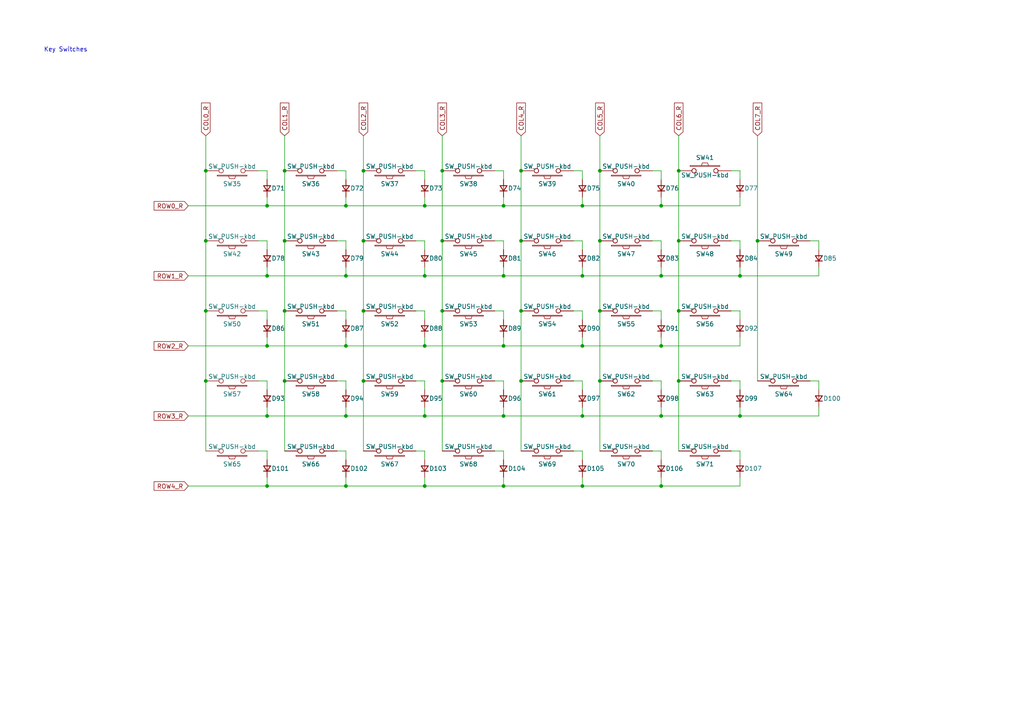
<source format=kicad_sch>
(kicad_sch (version 20211123) (generator eeschema)
  (paper "A4")
  (lib_symbols
    (symbol "D_Small_1" (pin_numbers hide) (pin_names (offset 0.254) hide)
      (property "Reference" "D" (at -1.27 2.032 0))
      (property "Value" "D_Small_1" (at -3.81 -2.032 0))
      (symbol "D_Small_1_1_1"
        (pin passive line (at -2.54 0 0) (length 1.778) (name "K") (number "1"))
        (pin passive line (at 2.54 0 180) (length 1.778) (name "A") (number "2"))
      )
    )
    (symbol "D_Small_10" (pin_numbers hide) (pin_names (offset 0.254) hide)
      (property "Reference" "D" (at -1.27 2.032 0))
      (property "Value" "D_Small_10" (at -3.81 -2.032 0))
      (symbol "D_Small_10_1_1"
        (pin passive line (at -2.54 0 0) (length 1.778) (name "K") (number "1"))
        (pin passive line (at 2.54 0 180) (length 1.778) (name "A") (number "2"))
      )
    )
    (symbol "D_Small_11" (pin_numbers hide) (pin_names (offset 0.254) hide)
      (property "Reference" "D" (at -1.27 2.032 0))
      (property "Value" "D_Small_11" (at -3.81 -2.032 0))
      (symbol "D_Small_11_1_1"
        (pin passive line (at -2.54 0 0) (length 1.778) (name "K") (number "1"))
        (pin passive line (at 2.54 0 180) (length 1.778) (name "A") (number "2"))
      )
    )
    (symbol "D_Small_12" (pin_numbers hide) (pin_names (offset 0.254) hide)
      (property "Reference" "D" (at -1.27 2.032 0))
      (property "Value" "D_Small_12" (at -3.81 -2.032 0))
      (symbol "D_Small_12_1_1"
        (pin passive line (at -2.54 0 0) (length 1.778) (name "K") (number "1"))
        (pin passive line (at 2.54 0 180) (length 1.778) (name "A") (number "2"))
      )
    )
    (symbol "D_Small_13" (pin_numbers hide) (pin_names (offset 0.254) hide)
      (property "Reference" "D" (at -1.27 2.032 0))
      (property "Value" "D_Small_13" (at -3.81 -2.032 0))
      (symbol "D_Small_13_1_1"
        (pin passive line (at -2.54 0 0) (length 1.778) (name "K") (number "1"))
        (pin passive line (at 2.54 0 180) (length 1.778) (name "A") (number "2"))
      )
    )
    (symbol "D_Small_14" (pin_numbers hide) (pin_names (offset 0.254) hide)
      (property "Reference" "D" (at -1.27 2.032 0))
      (property "Value" "D_Small_14" (at -3.81 -2.032 0))
      (symbol "D_Small_14_1_1"
        (pin passive line (at -2.54 0 0) (length 1.778) (name "K") (number "1"))
        (pin passive line (at 2.54 0 180) (length 1.778) (name "A") (number "2"))
      )
    )
    (symbol "D_Small_15" (pin_numbers hide) (pin_names (offset 0.254) hide)
      (property "Reference" "D" (at -1.27 2.032 0))
      (property "Value" "D_Small_15" (at -3.81 -2.032 0))
      (symbol "D_Small_15_1_1"
        (pin passive line (at -2.54 0 0) (length 1.778) (name "K") (number "1"))
        (pin passive line (at 2.54 0 180) (length 1.778) (name "A") (number "2"))
      )
    )
    (symbol "D_Small_16" (pin_numbers hide) (pin_names (offset 0.254) hide)
      (property "Reference" "D" (at -1.27 2.032 0))
      (property "Value" "D_Small_16" (at -3.81 -2.032 0))
      (symbol "D_Small_16_1_1"
        (pin passive line (at -2.54 0 0) (length 1.778) (name "K") (number "1"))
        (pin passive line (at 2.54 0 180) (length 1.778) (name "A") (number "2"))
      )
    )
    (symbol "D_Small_17" (pin_numbers hide) (pin_names (offset 0.254) hide)
      (property "Reference" "D" (at -1.27 2.032 0))
      (property "Value" "D_Small_17" (at -3.81 -2.032 0))
      (symbol "D_Small_17_1_1"
        (pin passive line (at -2.54 0 0) (length 1.778) (name "K") (number "1"))
        (pin passive line (at 2.54 0 180) (length 1.778) (name "A") (number "2"))
      )
    )
    (symbol "D_Small_18" (pin_numbers hide) (pin_names (offset 0.254) hide)
      (property "Reference" "D" (at -1.27 2.032 0))
      (property "Value" "D_Small_18" (at -3.81 -2.032 0))
      (symbol "D_Small_18_1_1"
        (pin passive line (at -2.54 0 0) (length 1.778) (name "K") (number "1"))
        (pin passive line (at 2.54 0 180) (length 1.778) (name "A") (number "2"))
      )
    )
    (symbol "D_Small_19" (pin_numbers hide) (pin_names (offset 0.254) hide)
      (property "Reference" "D" (at -1.27 2.032 0))
      (property "Value" "D_Small_19" (at -3.81 -2.032 0))
      (symbol "D_Small_19_1_1"
        (pin passive line (at -2.54 0 0) (length 1.778) (name "K") (number "1"))
        (pin passive line (at 2.54 0 180) (length 1.778) (name "A") (number "2"))
      )
    )
    (symbol "D_Small_2" (pin_numbers hide) (pin_names (offset 0.254) hide)
      (property "Reference" "D" (at -1.27 2.032 0))
      (property "Value" "D_Small_2" (at -3.81 -2.032 0))
      (symbol "D_Small_2_1_1"
        (pin passive line (at -2.54 0 0) (length 1.778) (name "K") (number "1"))
        (pin passive line (at 2.54 0 180) (length 1.778) (name "A") (number "2"))
      )
    )
    (symbol "D_Small_20" (pin_numbers hide) (pin_names (offset 0.254) hide)
      (property "Reference" "D" (at -1.27 2.032 0))
      (property "Value" "D_Small_20" (at -3.81 -2.032 0))
      (symbol "D_Small_20_1_1"
        (pin passive line (at -2.54 0 0) (length 1.778) (name "K") (number "1"))
        (pin passive line (at 2.54 0 180) (length 1.778) (name "A") (number "2"))
      )
    )
    (symbol "D_Small_21" (pin_numbers hide) (pin_names (offset 0.254) hide)
      (property "Reference" "D" (at -1.27 2.032 0))
      (property "Value" "D_Small_21" (at -3.81 -2.032 0))
      (symbol "D_Small_21_1_1"
        (pin passive line (at -2.54 0 0) (length 1.778) (name "K") (number "1"))
        (pin passive line (at 2.54 0 180) (length 1.778) (name "A") (number "2"))
      )
    )
    (symbol "D_Small_22" (pin_numbers hide) (pin_names (offset 0.254) hide)
      (property "Reference" "D" (at -1.27 2.032 0))
      (property "Value" "D_Small_22" (at -3.81 -2.032 0))
      (symbol "D_Small_22_1_1"
        (pin passive line (at -2.54 0 0) (length 1.778) (name "K") (number "1"))
        (pin passive line (at 2.54 0 180) (length 1.778) (name "A") (number "2"))
      )
    )
    (symbol "D_Small_23" (pin_numbers hide) (pin_names (offset 0.254) hide)
      (property "Reference" "D" (at -1.27 2.032 0))
      (property "Value" "D_Small_23" (at -3.81 -2.032 0))
      (symbol "D_Small_23_1_1"
        (pin passive line (at -2.54 0 0) (length 1.778) (name "K") (number "1"))
        (pin passive line (at 2.54 0 180) (length 1.778) (name "A") (number "2"))
      )
    )
    (symbol "D_Small_24" (pin_numbers hide) (pin_names (offset 0.254) hide)
      (property "Reference" "D" (at -1.27 2.032 0))
      (property "Value" "D_Small_24" (at -3.81 -2.032 0))
      (symbol "D_Small_24_1_1"
        (pin passive line (at -2.54 0 0) (length 1.778) (name "K") (number "1"))
        (pin passive line (at 2.54 0 180) (length 1.778) (name "A") (number "2"))
      )
    )
    (symbol "D_Small_25" (pin_numbers hide) (pin_names (offset 0.254) hide)
      (property "Reference" "D" (at -1.27 2.032 0))
      (property "Value" "D_Small_25" (at -3.81 -2.032 0))
      (symbol "D_Small_25_1_1"
        (pin passive line (at -2.54 0 0) (length 1.778) (name "K") (number "1"))
        (pin passive line (at 2.54 0 180) (length 1.778) (name "A") (number "2"))
      )
    )
    (symbol "D_Small_26" (pin_numbers hide) (pin_names (offset 0.254) hide)
      (property "Reference" "D" (at -1.27 2.032 0))
      (property "Value" "D_Small_26" (at -3.81 -2.032 0))
      (symbol "D_Small_26_1_1"
        (pin passive line (at -2.54 0 0) (length 1.778) (name "K") (number "1"))
        (pin passive line (at 2.54 0 180) (length 1.778) (name "A") (number "2"))
      )
    )
    (symbol "D_Small_27" (pin_numbers hide) (pin_names (offset 0.254) hide)
      (property "Reference" "D" (at -1.27 2.032 0))
      (property "Value" "D_Small_27" (at -3.81 -2.032 0))
      (symbol "D_Small_27_1_1"
        (pin passive line (at -2.54 0 0) (length 1.778) (name "K") (number "1"))
        (pin passive line (at 2.54 0 180) (length 1.778) (name "A") (number "2"))
      )
    )
    (symbol "D_Small_28" (pin_numbers hide) (pin_names (offset 0.254) hide)
      (property "Reference" "D" (at -1.27 2.032 0))
      (property "Value" "D_Small_28" (at -3.81 -2.032 0))
      (symbol "D_Small_28_1_1"
        (pin passive line (at -2.54 0 0) (length 1.778) (name "K") (number "1"))
        (pin passive line (at 2.54 0 180) (length 1.778) (name "A") (number "2"))
      )
    )
    (symbol "D_Small_29" (pin_numbers hide) (pin_names (offset 0.254) hide)
      (property "Reference" "D" (at -1.27 2.032 0))
      (property "Value" "D_Small_29" (at -3.81 -2.032 0))
      (symbol "D_Small_29_1_1"
        (pin passive line (at -2.54 0 0) (length 1.778) (name "K") (number "1"))
        (pin passive line (at 2.54 0 180) (length 1.778) (name "A") (number "2"))
      )
    )
    (symbol "D_Small_3" (pin_numbers hide) (pin_names (offset 0.254) hide)
      (property "Reference" "D" (at -1.27 2.032 0))
      (property "Value" "D_Small_3" (at -3.81 -2.032 0))
      (symbol "D_Small_3_1_1"
        (pin passive line (at -2.54 0 0) (length 1.778) (name "K") (number "1"))
        (pin passive line (at 2.54 0 180) (length 1.778) (name "A") (number "2"))
      )
    )
    (symbol "D_Small_30" (pin_numbers hide) (pin_names (offset 0.254) hide)
      (property "Reference" "D" (at -1.27 2.032 0))
      (property "Value" "D_Small_30" (at -3.81 -2.032 0))
      (symbol "D_Small_30_1_1"
        (pin passive line (at -2.54 0 0) (length 1.778) (name "K") (number "1"))
        (pin passive line (at 2.54 0 180) (length 1.778) (name "A") (number "2"))
      )
    )
    (symbol "D_Small_31" (pin_numbers hide) (pin_names (offset 0.254) hide)
      (property "Reference" "D" (at -1.27 2.032 0))
      (property "Value" "D_Small_31" (at -3.81 -2.032 0))
      (symbol "D_Small_31_1_1"
        (pin passive line (at -2.54 0 0) (length 1.778) (name "K") (number "1"))
        (pin passive line (at 2.54 0 180) (length 1.778) (name "A") (number "2"))
      )
    )
    (symbol "D_Small_32" (pin_numbers hide) (pin_names (offset 0.254) hide)
      (property "Reference" "D" (at -1.27 2.032 0))
      (property "Value" "D_Small_32" (at -3.81 -2.032 0))
      (symbol "D_Small_32_1_1"
        (pin passive line (at -2.54 0 0) (length 1.778) (name "K") (number "1"))
        (pin passive line (at 2.54 0 180) (length 1.778) (name "A") (number "2"))
      )
    )
    (symbol "D_Small_33" (pin_numbers hide) (pin_names (offset 0.254) hide)
      (property "Reference" "D" (at -1.27 2.032 0))
      (property "Value" "D_Small_33" (at -3.81 -2.032 0))
      (symbol "D_Small_33_1_1"
        (pin passive line (at -2.54 0 0) (length 1.778) (name "K") (number "1"))
        (pin passive line (at 2.54 0 180) (length 1.778) (name "A") (number "2"))
      )
    )
    (symbol "D_Small_34" (pin_numbers hide) (pin_names (offset 0.254) hide)
      (property "Reference" "D" (at -1.27 2.032 0))
      (property "Value" "D_Small_34" (at -3.81 -2.032 0))
      (symbol "D_Small_34_1_1"
        (pin passive line (at -2.54 0 0) (length 1.778) (name "K") (number "1"))
        (pin passive line (at 2.54 0 180) (length 1.778) (name "A") (number "2"))
      )
    )
    (symbol "D_Small_35" (pin_numbers hide) (pin_names (offset 0.254) hide)
      (property "Reference" "D" (at -1.27 2.032 0))
      (property "Value" "D_Small_35" (at -3.81 -2.032 0))
      (symbol "D_Small_35_1_1"
        (pin passive line (at -2.54 0 0) (length 1.778) (name "K") (number "1"))
        (pin passive line (at 2.54 0 180) (length 1.778) (name "A") (number "2"))
      )
    )
    (symbol "D_Small_36" (pin_numbers hide) (pin_names (offset 0.254) hide)
      (property "Reference" "D" (at -1.27 2.032 0))
      (property "Value" "D_Small_36" (at -3.81 -2.032 0))
      (symbol "D_Small_36_1_1"
        (pin passive line (at -2.54 0 0) (length 1.778) (name "K") (number "1"))
        (pin passive line (at 2.54 0 180) (length 1.778) (name "A") (number "2"))
      )
    )
    (symbol "D_Small_4" (pin_numbers hide) (pin_names (offset 0.254) hide)
      (property "Reference" "D" (at -1.27 2.032 0))
      (property "Value" "D_Small_4" (at -3.81 -2.032 0))
      (symbol "D_Small_4_1_1"
        (pin passive line (at -2.54 0 0) (length 1.778) (name "K") (number "1"))
        (pin passive line (at 2.54 0 180) (length 1.778) (name "A") (number "2"))
      )
    )
    (symbol "D_Small_5" (pin_numbers hide) (pin_names (offset 0.254) hide)
      (property "Reference" "D" (at -1.27 2.032 0))
      (property "Value" "D_Small_5" (at -3.81 -2.032 0))
      (symbol "D_Small_5_1_1"
        (pin passive line (at -2.54 0 0) (length 1.778) (name "K") (number "1"))
        (pin passive line (at 2.54 0 180) (length 1.778) (name "A") (number "2"))
      )
    )
    (symbol "D_Small_6" (pin_numbers hide) (pin_names (offset 0.254) hide)
      (property "Reference" "D" (at -1.27 2.032 0))
      (property "Value" "D_Small_6" (at -3.81 -2.032 0))
      (symbol "D_Small_6_1_1"
        (pin passive line (at -2.54 0 0) (length 1.778) (name "K") (number "1"))
        (pin passive line (at 2.54 0 180) (length 1.778) (name "A") (number "2"))
      )
    )
    (symbol "D_Small_7" (pin_numbers hide) (pin_names (offset 0.254) hide)
      (property "Reference" "D" (at -1.27 2.032 0))
      (property "Value" "D_Small_7" (at -3.81 -2.032 0))
      (symbol "D_Small_7_1_1"
        (pin passive line (at -2.54 0 0) (length 1.778) (name "K") (number "1"))
        (pin passive line (at 2.54 0 180) (length 1.778) (name "A") (number "2"))
      )
    )
    (symbol "D_Small_8" (pin_numbers hide) (pin_names (offset 0.254) hide)
      (property "Reference" "D" (at -1.27 2.032 0))
      (property "Value" "D_Small_8" (at -3.81 -2.032 0))
      (symbol "D_Small_8_1_1"
        (pin passive line (at -2.54 0 0) (length 1.778) (name "K") (number "1"))
        (pin passive line (at 2.54 0 180) (length 1.778) (name "A") (number "2"))
      )
    )
    (symbol "D_Small_9" (pin_numbers hide) (pin_names (offset 0.254) hide)
      (property "Reference" "D" (at -1.27 2.032 0))
      (property "Value" "D_Small_9" (at -3.81 -2.032 0))
      (symbol "D_Small_9_1_1"
        (pin passive line (at -2.54 0 0) (length 1.778) (name "K") (number "1"))
        (pin passive line (at 2.54 0 180) (length 1.778) (name "A") (number "2"))
      )
    )
    (symbol "ma8ic_split_69:D_Small" (pin_numbers hide) (pin_names (offset 0.254) hide)
      (property "Reference" "D" (at -1.27 2.032 0))
      (property "Value" "D_Small" (at -3.81 -2.032 0))
      (symbol "D_Small_1_1"
        (pin passive line (at -2.54 0 0) (length 1.778) (name "K") (number "1"))
        (pin passive line (at 2.54 0 180) (length 1.778) (name "A") (number "2"))
      )
    )
    (symbol "ma8ic_split_69:SW_PUSH" (pin_numbers hide) (pin_names (offset 1.016) hide)
      (property "Reference" "SW" (at 3.81 2.794 0))
      (property "Value" "SW_PUSH" (at 0 -2.032 0))
      (symbol "SW_PUSH_0_1"
        (pin passive inverted (at -7.62 0 0) (length 5.08) (name "1") (number "1"))
        (pin passive inverted (at 7.62 0 180) (length 5.08) (name "2") (number "2"))
      )
    )
  )
  (junction (at 191.77 140.97))
  (junction (at 196.85 49.53))
  (junction (at 128.27 69.85))
  (junction (at 77.47 59.69))
  (junction (at 146.05 140.97))
  (junction (at 151.13 90.17))
  (junction (at 168.91 120.65))
  (junction (at 123.19 100.33))
  (junction (at 100.33 59.69))
  (junction (at 82.55 49.53))
  (junction (at 128.27 110.49))
  (junction (at 82.55 90.17))
  (junction (at 82.55 110.49))
  (junction (at 196.85 90.17))
  (junction (at 146.05 120.65))
  (junction (at 214.63 80.01))
  (junction (at 77.47 80.01))
  (junction (at 59.69 49.53))
  (junction (at 105.41 110.49))
  (junction (at 168.91 80.01))
  (junction (at 100.33 120.65))
  (junction (at 59.69 69.85))
  (junction (at 173.99 69.85))
  (junction (at 196.85 110.49))
  (junction (at 105.41 90.17))
  (junction (at 168.91 59.69))
  (junction (at 123.19 120.65))
  (junction (at 191.77 59.69))
  (junction (at 123.19 80.01))
  (junction (at 128.27 90.17))
  (junction (at 151.13 110.49))
  (junction (at 191.77 100.33))
  (junction (at 82.55 69.85))
  (junction (at 173.99 90.17))
  (junction (at 123.19 59.69))
  (junction (at 173.99 110.49))
  (junction (at 100.33 140.97))
  (junction (at 191.77 80.01))
  (junction (at 105.41 49.53))
  (junction (at 128.27 49.53))
  (junction (at 168.91 100.33))
  (junction (at 151.13 49.53))
  (junction (at 196.85 69.85))
  (junction (at 173.99 49.53))
  (junction (at 146.05 80.01))
  (junction (at 77.47 140.97))
  (junction (at 146.05 59.69))
  (junction (at 59.69 90.17))
  (junction (at 100.33 100.33))
  (junction (at 168.91 140.97))
  (junction (at 214.63 120.65))
  (junction (at 146.05 100.33))
  (junction (at 219.71 69.85))
  (junction (at 191.77 120.65))
  (junction (at 100.33 80.01))
  (junction (at 77.47 120.65))
  (junction (at 105.41 69.85))
  (junction (at 151.13 69.85))
  (junction (at 123.19 140.97))
  (junction (at 77.47 100.33))
  (junction (at 59.69 110.49))
  (wire (pts (xy 100.33 120.65) (xy 123.19 120.65)))
  (wire (pts (xy 146.05 140.97) (xy 146.05 138.43)))
  (wire (pts (xy 212.09 49.53) (xy 214.63 49.53)))
  (wire (pts (xy 97.79 69.85) (xy 100.33 69.85)))
  (wire (pts (xy 97.79 49.53) (xy 100.33 49.53)))
  (wire (pts (xy 105.41 49.53) (xy 105.41 69.85)))
  (wire (pts (xy 77.47 49.53) (xy 77.47 52.07)))
  (wire (pts (xy 214.63 59.69) (xy 214.63 57.15)))
  (wire (pts (xy 214.63 130.81) (xy 214.63 133.35)))
  (wire (pts (xy 97.79 130.81) (xy 100.33 130.81)))
  (wire (pts (xy 105.41 90.17) (xy 105.41 110.49)))
  (wire (pts (xy 143.51 110.49) (xy 146.05 110.49)))
  (wire (pts (xy 219.71 69.85) (xy 219.71 110.49)))
  (wire (pts (xy 105.41 69.85) (xy 105.41 90.17)))
  (wire (pts (xy 191.77 59.69) (xy 214.63 59.69)))
  (wire (pts (xy 54.61 140.97) (xy 77.47 140.97)))
  (wire (pts (xy 143.51 69.85) (xy 146.05 69.85)))
  (wire (pts (xy 77.47 110.49) (xy 77.47 113.03)))
  (wire (pts (xy 146.05 140.97) (xy 168.91 140.97)))
  (wire (pts (xy 82.55 69.85) (xy 82.55 90.17)))
  (wire (pts (xy 191.77 120.65) (xy 214.63 120.65)))
  (wire (pts (xy 214.63 69.85) (xy 214.63 72.39)))
  (wire (pts (xy 146.05 100.33) (xy 146.05 97.79)))
  (wire (pts (xy 123.19 90.17) (xy 123.19 92.71)))
  (wire (pts (xy 151.13 49.53) (xy 151.13 69.85)))
  (wire (pts (xy 77.47 120.65) (xy 100.33 120.65)))
  (wire (pts (xy 166.37 130.81) (xy 168.91 130.81)))
  (wire (pts (xy 77.47 140.97) (xy 100.33 140.97)))
  (wire (pts (xy 173.99 49.53) (xy 173.99 69.85)))
  (wire (pts (xy 173.99 110.49) (xy 173.99 130.81)))
  (wire (pts (xy 166.37 49.53) (xy 168.91 49.53)))
  (wire (pts (xy 59.69 49.53) (xy 59.69 69.85)))
  (wire (pts (xy 191.77 90.17) (xy 191.77 92.71)))
  (wire (pts (xy 151.13 110.49) (xy 151.13 130.81)))
  (wire (pts (xy 189.23 69.85) (xy 191.77 69.85)))
  (wire (pts (xy 105.41 110.49) (xy 105.41 130.81)))
  (wire (pts (xy 191.77 49.53) (xy 191.77 52.07)))
  (wire (pts (xy 146.05 120.65) (xy 168.91 120.65)))
  (wire (pts (xy 100.33 110.49) (xy 100.33 113.03)))
  (wire (pts (xy 82.55 39.37) (xy 82.55 49.53)))
  (wire (pts (xy 168.91 110.49) (xy 168.91 113.03)))
  (wire (pts (xy 74.93 69.85) (xy 77.47 69.85)))
  (wire (pts (xy 59.69 69.85) (xy 59.69 90.17)))
  (wire (pts (xy 146.05 49.53) (xy 146.05 52.07)))
  (wire (pts (xy 100.33 100.33) (xy 123.19 100.33)))
  (wire (pts (xy 74.93 90.17) (xy 77.47 90.17)))
  (wire (pts (xy 196.85 90.17) (xy 196.85 110.49)))
  (wire (pts (xy 168.91 130.81) (xy 168.91 133.35)))
  (wire (pts (xy 166.37 69.85) (xy 168.91 69.85)))
  (wire (pts (xy 77.47 100.33) (xy 77.47 97.79)))
  (wire (pts (xy 191.77 120.65) (xy 191.77 118.11)))
  (wire (pts (xy 82.55 49.53) (xy 82.55 69.85)))
  (wire (pts (xy 77.47 130.81) (xy 77.47 133.35)))
  (wire (pts (xy 146.05 100.33) (xy 168.91 100.33)))
  (wire (pts (xy 168.91 49.53) (xy 168.91 52.07)))
  (wire (pts (xy 212.09 90.17) (xy 214.63 90.17)))
  (wire (pts (xy 219.71 39.37) (xy 219.71 69.85)))
  (wire (pts (xy 100.33 100.33) (xy 100.33 97.79)))
  (wire (pts (xy 196.85 69.85) (xy 196.85 90.17)))
  (wire (pts (xy 120.65 130.81) (xy 123.19 130.81)))
  (wire (pts (xy 151.13 39.37) (xy 151.13 49.53)))
  (wire (pts (xy 146.05 80.01) (xy 146.05 77.47)))
  (wire (pts (xy 173.99 90.17) (xy 173.99 110.49)))
  (wire (pts (xy 146.05 90.17) (xy 146.05 92.71)))
  (wire (pts (xy 214.63 90.17) (xy 214.63 92.71)))
  (wire (pts (xy 168.91 120.65) (xy 168.91 118.11)))
  (wire (pts (xy 123.19 140.97) (xy 146.05 140.97)))
  (wire (pts (xy 120.65 90.17) (xy 123.19 90.17)))
  (wire (pts (xy 77.47 80.01) (xy 77.47 77.47)))
  (wire (pts (xy 100.33 49.53) (xy 100.33 52.07)))
  (wire (pts (xy 189.23 90.17) (xy 191.77 90.17)))
  (wire (pts (xy 54.61 80.01) (xy 77.47 80.01)))
  (wire (pts (xy 59.69 39.37) (xy 59.69 49.53)))
  (wire (pts (xy 212.09 69.85) (xy 214.63 69.85)))
  (wire (pts (xy 97.79 90.17) (xy 100.33 90.17)))
  (wire (pts (xy 214.63 120.65) (xy 237.49 120.65)))
  (wire (pts (xy 100.33 130.81) (xy 100.33 133.35)))
  (wire (pts (xy 146.05 110.49) (xy 146.05 113.03)))
  (wire (pts (xy 214.63 49.53) (xy 214.63 52.07)))
  (wire (pts (xy 166.37 90.17) (xy 168.91 90.17)))
  (wire (pts (xy 191.77 140.97) (xy 191.77 138.43)))
  (wire (pts (xy 74.93 49.53) (xy 77.47 49.53)))
  (wire (pts (xy 123.19 110.49) (xy 123.19 113.03)))
  (wire (pts (xy 196.85 39.37) (xy 196.85 49.53)))
  (wire (pts (xy 168.91 90.17) (xy 168.91 92.71)))
  (wire (pts (xy 214.63 110.49) (xy 214.63 113.03)))
  (wire (pts (xy 143.51 90.17) (xy 146.05 90.17)))
  (wire (pts (xy 54.61 120.65) (xy 77.47 120.65)))
  (wire (pts (xy 191.77 100.33) (xy 191.77 97.79)))
  (wire (pts (xy 212.09 130.81) (xy 214.63 130.81)))
  (wire (pts (xy 191.77 100.33) (xy 214.63 100.33)))
  (wire (pts (xy 54.61 100.33) (xy 77.47 100.33)))
  (wire (pts (xy 123.19 140.97) (xy 123.19 138.43)))
  (wire (pts (xy 168.91 120.65) (xy 191.77 120.65)))
  (wire (pts (xy 77.47 59.69) (xy 77.47 57.15)))
  (wire (pts (xy 146.05 59.69) (xy 146.05 57.15)))
  (wire (pts (xy 168.91 59.69) (xy 191.77 59.69)))
  (wire (pts (xy 191.77 80.01) (xy 214.63 80.01)))
  (wire (pts (xy 191.77 80.01) (xy 191.77 77.47)))
  (wire (pts (xy 168.91 140.97) (xy 191.77 140.97)))
  (wire (pts (xy 123.19 120.65) (xy 123.19 118.11)))
  (wire (pts (xy 77.47 100.33) (xy 100.33 100.33)))
  (wire (pts (xy 143.51 130.81) (xy 146.05 130.81)))
  (wire (pts (xy 146.05 59.69) (xy 168.91 59.69)))
  (wire (pts (xy 146.05 80.01) (xy 168.91 80.01)))
  (wire (pts (xy 168.91 69.85) (xy 168.91 72.39)))
  (wire (pts (xy 100.33 59.69) (xy 100.33 57.15)))
  (wire (pts (xy 82.55 90.17) (xy 82.55 110.49)))
  (wire (pts (xy 168.91 80.01) (xy 168.91 77.47)))
  (wire (pts (xy 77.47 59.69) (xy 100.33 59.69)))
  (wire (pts (xy 196.85 110.49) (xy 196.85 130.81)))
  (wire (pts (xy 146.05 69.85) (xy 146.05 72.39)))
  (wire (pts (xy 189.23 130.81) (xy 191.77 130.81)))
  (wire (pts (xy 120.65 49.53) (xy 123.19 49.53)))
  (wire (pts (xy 120.65 110.49) (xy 123.19 110.49)))
  (wire (pts (xy 97.79 110.49) (xy 100.33 110.49)))
  (wire (pts (xy 166.37 110.49) (xy 168.91 110.49)))
  (wire (pts (xy 214.63 80.01) (xy 237.49 80.01)))
  (wire (pts (xy 234.95 110.49) (xy 237.49 110.49)))
  (wire (pts (xy 100.33 140.97) (xy 123.19 140.97)))
  (wire (pts (xy 146.05 120.65) (xy 146.05 118.11)))
  (wire (pts (xy 77.47 80.01) (xy 100.33 80.01)))
  (wire (pts (xy 82.55 110.49) (xy 82.55 130.81)))
  (wire (pts (xy 77.47 90.17) (xy 77.47 92.71)))
  (wire (pts (xy 146.05 130.81) (xy 146.05 133.35)))
  (wire (pts (xy 196.85 49.53) (xy 196.85 69.85)))
  (wire (pts (xy 237.49 120.65) (xy 237.49 118.11)))
  (wire (pts (xy 59.69 110.49) (xy 59.69 130.81)))
  (wire (pts (xy 214.63 100.33) (xy 214.63 97.79)))
  (wire (pts (xy 128.27 90.17) (xy 128.27 110.49)))
  (wire (pts (xy 128.27 110.49) (xy 128.27 130.81)))
  (wire (pts (xy 214.63 80.01) (xy 214.63 77.47)))
  (wire (pts (xy 54.61 59.69) (xy 77.47 59.69)))
  (wire (pts (xy 123.19 59.69) (xy 146.05 59.69)))
  (wire (pts (xy 123.19 130.81) (xy 123.19 133.35)))
  (wire (pts (xy 123.19 80.01) (xy 123.19 77.47)))
  (wire (pts (xy 123.19 59.69) (xy 123.19 57.15)))
  (wire (pts (xy 100.33 80.01) (xy 123.19 80.01)))
  (wire (pts (xy 237.49 110.49) (xy 237.49 113.03)))
  (wire (pts (xy 237.49 69.85) (xy 237.49 72.39)))
  (wire (pts (xy 212.09 110.49) (xy 214.63 110.49)))
  (wire (pts (xy 189.23 49.53) (xy 191.77 49.53)))
  (wire (pts (xy 151.13 69.85) (xy 151.13 90.17)))
  (wire (pts (xy 191.77 59.69) (xy 191.77 57.15)))
  (wire (pts (xy 77.47 69.85) (xy 77.47 72.39)))
  (wire (pts (xy 77.47 120.65) (xy 77.47 118.11)))
  (wire (pts (xy 100.33 80.01) (xy 100.33 77.47)))
  (wire (pts (xy 168.91 100.33) (xy 191.77 100.33)))
  (wire (pts (xy 143.51 49.53) (xy 146.05 49.53)))
  (wire (pts (xy 105.41 39.37) (xy 105.41 49.53)))
  (wire (pts (xy 214.63 120.65) (xy 214.63 118.11)))
  (wire (pts (xy 168.91 100.33) (xy 168.91 97.79)))
  (wire (pts (xy 191.77 110.49) (xy 191.77 113.03)))
  (wire (pts (xy 74.93 130.81) (xy 77.47 130.81)))
  (wire (pts (xy 128.27 39.37) (xy 128.27 49.53)))
  (wire (pts (xy 173.99 39.37) (xy 173.99 49.53)))
  (wire (pts (xy 59.69 90.17) (xy 59.69 110.49)))
  (wire (pts (xy 77.47 140.97) (xy 77.47 138.43)))
  (wire (pts (xy 234.95 69.85) (xy 237.49 69.85)))
  (wire (pts (xy 100.33 59.69) (xy 123.19 59.69)))
  (wire (pts (xy 168.91 140.97) (xy 168.91 138.43)))
  (wire (pts (xy 120.65 69.85) (xy 123.19 69.85)))
  (wire (pts (xy 173.99 69.85) (xy 173.99 90.17)))
  (wire (pts (xy 151.13 90.17) (xy 151.13 110.49)))
  (wire (pts (xy 214.63 140.97) (xy 214.63 138.43)))
  (wire (pts (xy 100.33 120.65) (xy 100.33 118.11)))
  (wire (pts (xy 237.49 80.01) (xy 237.49 77.47)))
  (wire (pts (xy 123.19 120.65) (xy 146.05 120.65)))
  (wire (pts (xy 128.27 69.85) (xy 128.27 90.17)))
  (wire (pts (xy 123.19 49.53) (xy 123.19 52.07)))
  (wire (pts (xy 123.19 80.01) (xy 146.05 80.01)))
  (wire (pts (xy 191.77 69.85) (xy 191.77 72.39)))
  (wire (pts (xy 191.77 140.97) (xy 214.63 140.97)))
  (wire (pts (xy 100.33 69.85) (xy 100.33 72.39)))
  (wire (pts (xy 123.19 100.33) (xy 123.19 97.79)))
  (wire (pts (xy 123.19 100.33) (xy 146.05 100.33)))
  (wire (pts (xy 74.93 110.49) (xy 77.47 110.49)))
  (wire (pts (xy 191.77 130.81) (xy 191.77 133.35)))
  (wire (pts (xy 100.33 140.97) (xy 100.33 138.43)))
  (wire (pts (xy 189.23 110.49) (xy 191.77 110.49)))
  (wire (pts (xy 123.19 69.85) (xy 123.19 72.39)))
  (wire (pts (xy 100.33 90.17) (xy 100.33 92.71)))
  (wire (pts (xy 168.91 80.01) (xy 191.77 80.01)))
  (wire (pts (xy 168.91 59.69) (xy 168.91 57.15)))
  (wire (pts (xy 128.27 49.53) (xy 128.27 69.85)))
  (text "Key Switches" (at 12.7 15.24 0) (effects (font (size 1.27 1.27)) (justify left bottom)))
  (global_label "COL5_R" (shape input) (at 173.99 39.37 90) (property "Intersheet References" "${INTERSHEET_REFS}" (effects hide)))
  (global_label "ROW3_R" (shape input) (at 54.61 120.65 180) (property "Intersheet References" "${INTERSHEET_REFS}" (effects hide)))
  (global_label "COL1_R" (shape input) (at 82.55 39.37 90) (property "Intersheet References" "${INTERSHEET_REFS}" (effects hide)))
  (global_label "COL7_R" (shape input) (at 219.71 39.37 90) (property "Intersheet References" "${INTERSHEET_REFS}" (effects hide)))
  (global_label "COL0_R" (shape input) (at 59.69 39.37 90) (property "Intersheet References" "${INTERSHEET_REFS}" (effects hide)))
  (global_label "ROW1_R" (shape input) (at 54.61 80.01 180) (property "Intersheet References" "${INTERSHEET_REFS}" (effects hide)))
  (global_label "ROW0_R" (shape input) (at 54.61 59.69 180) (property "Intersheet References" "${INTERSHEET_REFS}" (effects hide)))
  (global_label "COL3_R" (shape input) (at 128.27 39.37 90) (property "Intersheet References" "${INTERSHEET_REFS}" (effects hide)))
  (global_label "ROW2_R" (shape input) (at 54.61 100.33 180) (property "Intersheet References" "${INTERSHEET_REFS}" (effects hide)))
  (global_label "COL4_R" (shape input) (at 151.13 39.37 90) (property "Intersheet References" "${INTERSHEET_REFS}" (effects hide)))
  (global_label "COL6_R" (shape input) (at 196.85 39.37 90) (property "Intersheet References" "${INTERSHEET_REFS}" (effects hide)))
  (global_label "ROW4_R" (shape input) (at 54.61 140.97 180) (property "Intersheet References" "${INTERSHEET_REFS}" (effects hide)))
  (global_label "COL2_R" (shape input) (at 105.41 39.37 90) (property "Intersheet References" "${INTERSHEET_REFS}" (effects hide)))
  (symbol (lib_id "ma8ic_split_69:SW_PUSH") (at 113.03 49.53 180) (unit 1)
    (property "Reference" "SW37" (at 113.03 53.34 0))
    (property "Value" "SW_PUSH-kbd" (at 113.03 48.26 0))
    (property "Footprint" "ma8ic_split_69:ChocV1_V2_Hotswap" (effects hide))
    (property "LCSC" "C5333465" (effects hide))
  )
  (symbol (lib_id "ma8ic_split_69:SW_PUSH") (at 227.33 110.49 180) (unit 1)
    (property "Reference" "SW64" (at 227.33 114.3 0))
    (property "Value" "SW_PUSH-kbd" (at 227.33 109.22 0))
    (property "Footprint" "ma8ic_split_69:ChocV1_V2_Hotswap" (effects hide))
    (property "LCSC" "C5333465" (effects hide))
  )
  (symbol (lib_id "ma8ic_split_69:SW_PUSH") (at 113.03 69.85 180) (unit 1)
    (property "Reference" "SW44" (at 113.03 73.66 0))
    (property "Value" "SW_PUSH-kbd" (at 113.03 68.58 0))
    (property "Footprint" "ma8ic_split_69:ChocV1_V2_Hotswap" (effects hide))
    (property "LCSC" "C5333465" (effects hide))
  )
  (symbol (lib_id "ma8ic_split_69:SW_PUSH") (at 181.61 110.49 180) (unit 1)
    (property "Reference" "SW62" (at 181.61 114.3 0))
    (property "Value" "SW_PUSH-kbd" (at 181.61 109.22 0))
    (property "Footprint" "ma8ic_split_69:ChocV1_V2_Hotswap" (effects hide))
    (property "LCSC" "C5333465" (effects hide))
  )
  (symbol (lib_id "ma8ic_split_69:SW_PUSH") (at 158.75 130.81 180) (unit 1)
    (property "Reference" "SW69" (at 158.75 134.62 0))
    (property "Value" "SW_PUSH-kbd" (at 158.75 129.54 0))
    (property "Footprint" "ma8ic_split_69:ChocV1_V2_Hotswap" (effects hide))
    (property "LCSC" "C5333465" (effects hide))
  )
  (symbol (lib_name "D_Small_18") (lib_id "ma8ic_split_69:D_Small") (at 214.63 115.57 90) (unit 1)
    (property "Reference" "D99" (at 215.9 115.57 90) (effects (justify right)))
    (property "Value" "D_Small" (effects hide))
    (property "Footprint" "ma8ic_split_69:D3_SMD_v2" (effects hide))
    (property "LCSC" "C81598" (effects hide))
  )
  (symbol (lib_id "ma8ic_split_69:SW_PUSH") (at 67.31 110.49 180) (unit 1)
    (property "Reference" "SW57" (at 67.31 114.3 0))
    (property "Value" "SW_PUSH-kbd" (at 67.31 109.22 0))
    (property "Footprint" "ma8ic_split_69:ChocV1_V2_Hotswap" (effects hide))
    (property "LCSC" "C5333465" (effects hide))
  )
  (symbol (lib_name "D_Small_26") (lib_id "ma8ic_split_69:D_Small") (at 123.19 54.61 90) (unit 1)
    (property "Reference" "D73" (at 124.46 54.61 90) (effects (justify right)))
    (property "Value" "D_Small" (effects hide))
    (property "Footprint" "ma8ic_split_69:D3_SMD_v2" (effects hide))
    (property "LCSC" "C81598" (effects hide))
  )
  (symbol (lib_name "D_Small_22") (lib_id "ma8ic_split_69:D_Small") (at 146.05 115.57 90) (unit 1)
    (property "Reference" "D96" (at 147.32 115.57 90) (effects (justify right)))
    (property "Value" "D_Small" (effects hide))
    (property "Footprint" "ma8ic_split_69:D3_SMD_v2" (effects hide))
    (property "LCSC" "C81598" (effects hide))
  )
  (symbol (lib_name "D_Small_12") (lib_id "ma8ic_split_69:D_Small") (at 146.05 74.93 90) (unit 1)
    (property "Reference" "D81" (at 147.32 74.93 90) (effects (justify right)))
    (property "Value" "D_Small" (effects hide))
    (property "Footprint" "ma8ic_split_69:D3_SMD_v2" (effects hide))
    (property "LCSC" "C81598" (effects hide))
  )
  (symbol (lib_id "ma8ic_split_69:SW_PUSH") (at 135.89 130.81 180) (unit 1)
    (property "Reference" "SW68" (at 135.89 134.62 0))
    (property "Value" "SW_PUSH-kbd" (at 135.89 129.54 0))
    (property "Footprint" "ma8ic_split_69:ChocV1_V2_Hotswap" (effects hide))
    (property "LCSC" "C5333465" (effects hide))
  )
  (symbol (lib_id "ma8ic_split_69:SW_PUSH") (at 90.17 130.81 180) (unit 1)
    (property "Reference" "SW66" (at 90.17 134.62 0))
    (property "Value" "SW_PUSH-kbd" (at 90.17 129.54 0))
    (property "Footprint" "ma8ic_split_69:ChocV1_V2_Hotswap" (effects hide))
    (property "LCSC" "C5333465" (effects hide))
  )
  (symbol (lib_name "D_Small_34") (lib_id "ma8ic_split_69:D_Small") (at 77.47 135.89 90) (unit 1)
    (property "Reference" "D101" (at 78.74 135.89 90) (effects (justify right)))
    (property "Value" "D_Small" (effects hide))
    (property "Footprint" "ma8ic_split_69:D3_SMD_v2" (effects hide))
    (property "LCSC" "C81598" (effects hide))
  )
  (symbol (lib_id "ma8ic_split_69:SW_PUSH") (at 90.17 110.49 180) (unit 1)
    (property "Reference" "SW58" (at 90.17 114.3 0))
    (property "Value" "SW_PUSH-kbd" (at 90.17 109.22 0))
    (property "Footprint" "ma8ic_split_69:ChocV1_V2_Hotswap" (effects hide))
    (property "LCSC" "C5333465" (effects hide))
  )
  (symbol (lib_name "D_Small_4") (lib_id "ma8ic_split_69:D_Small") (at 214.63 54.61 90) (unit 1)
    (property "Reference" "D77" (at 215.9 54.61 90) (effects (justify right)))
    (property "Value" "D_Small" (effects hide))
    (property "Footprint" "ma8ic_split_69:D3_SMD_v2" (effects hide))
    (property "LCSC" "C81598" (effects hide))
  )
  (symbol (lib_id "ma8ic_split_69:SW_PUSH") (at 67.31 69.85 180) (unit 1)
    (property "Reference" "SW42" (at 67.31 73.66 0))
    (property "Value" "SW_PUSH-kbd" (at 67.31 68.58 0))
    (property "Footprint" "ma8ic_split_69:ChocV1_V2_Hotswap" (effects hide))
    (property "LCSC" "C5333465" (effects hide))
  )
  (symbol (lib_name "D_Small_32") (lib_id "ma8ic_split_69:D_Small") (at 100.33 95.25 90) (unit 1)
    (property "Reference" "D87" (at 101.6 95.25 90) (effects (justify right)))
    (property "Value" "D_Small" (effects hide))
    (property "Footprint" "ma8ic_split_69:D3_SMD_v2" (effects hide))
    (property "LCSC" "C81598" (effects hide))
  )
  (symbol (lib_id "ma8ic_split_69:SW_PUSH") (at 135.89 49.53 180) (unit 1)
    (property "Reference" "SW38" (at 135.89 53.34 0))
    (property "Value" "SW_PUSH-kbd" (at 135.89 48.26 0))
    (property "Footprint" "ma8ic_split_69:ChocV1_V2_Hotswap" (effects hide))
    (property "LCSC" "C5333465" (effects hide))
  )
  (symbol (lib_id "ma8ic_split_69:SW_PUSH") (at 204.47 69.85 180) (unit 1)
    (property "Reference" "SW48" (at 204.47 73.66 0))
    (property "Value" "SW_PUSH-kbd" (at 204.47 68.58 0))
    (property "Footprint" "ma8ic_split_69:ChocV1_V2_Hotswap" (effects hide))
    (property "LCSC" "C5333465" (effects hide))
  )
  (symbol (lib_id "ma8ic_split_69:SW_PUSH") (at 90.17 69.85 180) (unit 1)
    (property "Reference" "SW43" (at 90.17 73.66 0))
    (property "Value" "SW_PUSH-kbd" (at 90.17 68.58 0))
    (property "Footprint" "ma8ic_split_69:ChocV1_V2_Hotswap" (effects hide))
    (property "LCSC" "C5333465" (effects hide))
  )
  (symbol (lib_name "D_Small_21") (lib_id "ma8ic_split_69:D_Small") (at 146.05 135.89 90) (unit 1)
    (property "Reference" "D104" (at 147.32 135.89 90) (effects (justify right)))
    (property "Value" "D_Small" (effects hide))
    (property "Footprint" "ma8ic_split_69:D3_SMD_v2" (effects hide))
    (property "LCSC" "C81598" (effects hide))
  )
  (symbol (lib_name "D_Small_14") (lib_id "ma8ic_split_69:D_Small") (at 191.77 135.89 90) (unit 1)
    (property "Reference" "D106" (at 193.04 135.89 90) (effects (justify right)))
    (property "Value" "D_Small" (effects hide))
    (property "Footprint" "ma8ic_split_69:D3_SMD_v2" (effects hide))
    (property "LCSC" "C81598" (effects hide))
  )
  (symbol (lib_name "D_Small_27") (lib_id "ma8ic_split_69:D_Small") (at 123.19 95.25 90) (unit 1)
    (property "Reference" "D88" (at 124.46 95.25 90) (effects (justify right)))
    (property "Value" "D_Small" (effects hide))
    (property "Footprint" "ma8ic_split_69:D3_SMD_v2" (effects hide))
    (property "LCSC" "C81598" (effects hide))
  )
  (symbol (lib_id "ma8ic_split_69:SW_PUSH") (at 90.17 90.17 180) (unit 1)
    (property "Reference" "SW51" (at 90.17 93.98 0))
    (property "Value" "SW_PUSH-kbd" (at 90.17 88.9 0))
    (property "Footprint" "ma8ic_split_69:ChocV1_V2_Hotswap" (effects hide))
    (property "LCSC" "C5333465" (effects hide))
  )
  (symbol (lib_name "D_Small_24") (lib_id "ma8ic_split_69:D_Small") (at 100.33 54.61 90) (unit 1)
    (property "Reference" "D72" (at 101.6 54.61 90) (effects (justify right)))
    (property "Value" "D_Small" (effects hide))
    (property "Footprint" "ma8ic_split_69:D3_SMD_v2" (effects hide))
    (property "LCSC" "C81598" (effects hide))
  )
  (symbol (lib_id "ma8ic_split_69:SW_PUSH") (at 158.75 69.85 180) (unit 1)
    (property "Reference" "SW46" (at 158.75 73.66 0))
    (property "Value" "SW_PUSH-kbd" (at 158.75 68.58 0))
    (property "Footprint" "ma8ic_split_69:ChocV1_V2_Hotswap" (effects hide))
    (property "LCSC" "C5333465" (effects hide))
  )
  (symbol (lib_id "ma8ic_split_69:SW_PUSH") (at 113.03 90.17 180) (unit 1)
    (property "Reference" "SW52" (at 113.03 93.98 0))
    (property "Value" "SW_PUSH-kbd" (at 113.03 88.9 0))
    (property "Footprint" "ma8ic_split_69:ChocV1_V2_Hotswap" (effects hide))
    (property "LCSC" "C5333465" (effects hide))
  )
  (symbol (lib_name "D_Small_5") (lib_id "ma8ic_split_69:D_Small") (at 237.49 74.93 90) (unit 1)
    (property "Reference" "D85" (at 238.76 74.93 90) (effects (justify right)))
    (property "Value" "D_Small" (effects hide))
    (property "Footprint" "ma8ic_split_69:D3_SMD_v2" (effects hide))
    (property "LCSC" "C81598" (effects hide))
  )
  (symbol (lib_id "ma8ic_split_69:SW_PUSH") (at 158.75 110.49 180) (unit 1)
    (property "Reference" "SW61" (at 158.75 114.3 0))
    (property "Value" "SW_PUSH-kbd" (at 158.75 109.22 0))
    (property "Footprint" "ma8ic_split_69:ChocV1_V2_Hotswap" (effects hide))
    (property "LCSC" "C5333465" (effects hide))
  )
  (symbol (lib_name "D_Small_13") (lib_id "ma8ic_split_69:D_Small") (at 214.63 135.89 90) (unit 1)
    (property "Reference" "D107" (at 215.9 135.89 90) (effects (justify right)))
    (property "Value" "D_Small" (effects hide))
    (property "Footprint" "ma8ic_split_69:D3_SMD_v2" (effects hide))
    (property "LCSC" "C81598" (effects hide))
  )
  (symbol (lib_name "D_Small_8") (lib_id "ma8ic_split_69:D_Small") (at 168.91 95.25 90) (unit 1)
    (property "Reference" "D90" (at 170.18 95.25 90) (effects (justify right)))
    (property "Value" "D_Small" (effects hide))
    (property "Footprint" "ma8ic_split_69:D3_SMD_v2" (effects hide))
    (property "LCSC" "C81598" (effects hide))
  )
  (symbol (lib_name "D_Small_33") (lib_id "ma8ic_split_69:D_Small") (at 100.33 115.57 90) (unit 1)
    (property "Reference" "D94" (at 101.6 115.57 90) (effects (justify right)))
    (property "Value" "D_Small" (effects hide))
    (property "Footprint" "ma8ic_split_69:D3_SMD_v2" (effects hide))
    (property "LCSC" "C81598" (effects hide))
  )
  (symbol (lib_id "ma8ic_split_69:SW_PUSH") (at 67.31 130.81 180) (unit 1)
    (property "Reference" "SW65" (at 67.31 134.62 0))
    (property "Value" "SW_PUSH-kbd" (at 67.31 129.54 0))
    (property "Footprint" "ma8ic_split_69:ChocV1_V2_Hotswap" (effects hide))
    (property "LCSC" "C5333465" (effects hide))
  )
  (symbol (lib_id "ma8ic_split_69:SW_PUSH") (at 227.33 69.85 180) (unit 1)
    (property "Reference" "SW49" (at 227.33 73.66 0))
    (property "Value" "SW_PUSH-kbd" (at 227.33 68.58 0))
    (property "Footprint" "ma8ic_split_69:ChocV1_V2_Hotswap" (effects hide))
    (property "LCSC" "C5333465" (effects hide))
  )
  (symbol (lib_name "D_Small_15") (lib_id "ma8ic_split_69:D_Small") (at 191.77 95.25 90) (unit 1)
    (property "Reference" "D91" (at 193.04 95.25 90) (effects (justify right)))
    (property "Value" "D_Small" (effects hide))
    (property "Footprint" "ma8ic_split_69:D3_SMD_v2" (effects hide))
    (property "LCSC" "C81598" (effects hide))
  )
  (symbol (lib_id "ma8ic_split_69:SW_PUSH") (at 67.31 90.17 180) (unit 1)
    (property "Reference" "SW50" (at 67.31 93.98 0))
    (property "Value" "SW_PUSH-kbd" (at 67.31 88.9 0))
    (property "Footprint" "ma8ic_split_69:ChocV1_V2_Hotswap" (effects hide))
    (property "LCSC" "C5333465" (effects hide))
  )
  (symbol (lib_id "ma8ic_split_69:SW_PUSH") (at 113.03 130.81 180) (unit 1)
    (property "Reference" "SW67" (at 113.03 134.62 0))
    (property "Value" "SW_PUSH-kbd" (at 113.03 129.54 0))
    (property "Footprint" "ma8ic_split_69:ChocV1_V2_Hotswap" (effects hide))
    (property "LCSC" "C5333465" (effects hide))
  )
  (symbol (lib_id "ma8ic_split_69:SW_PUSH") (at 113.03 110.49 180) (unit 1)
    (property "Reference" "SW59" (at 113.03 114.3 0))
    (property "Value" "SW_PUSH-kbd" (at 113.03 109.22 0))
    (property "Footprint" "ma8ic_split_69:ChocV1_V2_Hotswap" (effects hide))
    (property "LCSC" "C5333465" (effects hide))
  )
  (symbol (lib_name "D_Small_35") (lib_id "ma8ic_split_69:D_Small") (at 77.47 95.25 90) (unit 1)
    (property "Reference" "D86" (at 78.74 95.25 90) (effects (justify right)))
    (property "Value" "D_Small" (effects hide))
    (property "Footprint" "ma8ic_split_69:D3_SMD_v2" (effects hide))
    (property "LCSC" "C81598" (effects hide))
  )
  (symbol (lib_name "D_Small_9") (lib_id "ma8ic_split_69:D_Small") (at 168.91 74.93 90) (unit 1)
    (property "Reference" "D82" (at 170.18 74.93 90) (effects (justify right)))
    (property "Value" "D_Small" (effects hide))
    (property "Footprint" "ma8ic_split_69:D3_SMD_v2" (effects hide))
    (property "LCSC" "C81598" (effects hide))
  )
  (symbol (lib_name "D_Small_7") (lib_id "ma8ic_split_69:D_Small") (at 168.91 115.57 90) (unit 1)
    (property "Reference" "D97" (at 170.18 115.57 90) (effects (justify right)))
    (property "Value" "D_Small" (effects hide))
    (property "Footprint" "ma8ic_split_69:D3_SMD_v2" (effects hide))
    (property "LCSC" "C81598" (effects hide))
  )
  (symbol (lib_name "D_Small_25") (lib_id "ma8ic_split_69:D_Small") (at 100.33 74.93 90) (unit 1)
    (property "Reference" "D79" (at 101.6 74.93 90) (effects (justify right)))
    (property "Value" "D_Small" (effects hide))
    (property "Footprint" "ma8ic_split_69:D3_SMD_v2" (effects hide))
    (property "LCSC" "C81598" (effects hide))
  )
  (symbol (lib_id "ma8ic_split_69:D_Small") (at 100.33 135.89 90) (unit 1)
    (property "Reference" "D102" (at 101.6 135.89 90) (effects (justify right)))
    (property "Value" "D_Small" (effects hide))
    (property "Footprint" "ma8ic_split_69:D3_SMD_v2" (effects hide))
    (property "LCSC" "C81598" (effects hide))
  )
  (symbol (lib_id "ma8ic_split_69:SW_PUSH") (at 135.89 69.85 180) (unit 1)
    (property "Reference" "SW45" (at 135.89 73.66 0))
    (property "Value" "SW_PUSH-kbd" (at 135.89 68.58 0))
    (property "Footprint" "ma8ic_split_69:ChocV1_V2_Hotswap" (effects hide))
    (property "LCSC" "C5333465" (effects hide))
  )
  (symbol (lib_id "ma8ic_split_69:SW_PUSH") (at 204.47 49.53 0) (unit 1)
    (property "Reference" "SW41" (at 204.47 45.72 0))
    (property "Value" "SW_PUSH-kbd" (at 204.47 50.8 0))
    (property "Footprint" "ma8ic_split_69:ChocV1_V2_Hotswap" (effects hide))
    (property "LCSC" "C5333465" (effects hide))
  )
  (symbol (lib_name "D_Small_2") (lib_id "ma8ic_split_69:D_Small") (at 191.77 74.93 90) (unit 1)
    (property "Reference" "D83" (at 193.04 74.93 90) (effects (justify right)))
    (property "Value" "D_Small" (effects hide))
    (property "Footprint" "ma8ic_split_69:D3_SMD_v2" (effects hide))
    (property "LCSC" "C81598" (effects hide))
  )
  (symbol (lib_name "D_Small_29") (lib_id "ma8ic_split_69:D_Small") (at 123.19 135.89 90) (unit 1)
    (property "Reference" "D103" (at 124.46 135.89 90) (effects (justify right)))
    (property "Value" "D_Small" (effects hide))
    (property "Footprint" "ma8ic_split_69:D3_SMD_v2" (effects hide))
    (property "LCSC" "C81598" (effects hide))
  )
  (symbol (lib_name "D_Small_6") (lib_id "ma8ic_split_69:D_Small") (at 168.91 135.89 90) (unit 1)
    (property "Reference" "D105" (at 170.18 135.89 90) (effects (justify right)))
    (property "Value" "D_Small" (effects hide))
    (property "Footprint" "ma8ic_split_69:D3_SMD_v2" (effects hide))
    (property "LCSC" "C81598" (effects hide))
  )
  (symbol (lib_name "D_Small_10") (lib_id "ma8ic_split_69:D_Small") (at 146.05 54.61 90) (unit 1)
    (property "Reference" "D74" (at 147.32 54.61 90) (effects (justify right)))
    (property "Value" "D_Small" (effects hide))
    (property "Footprint" "ma8ic_split_69:D3_SMD_v2" (effects hide))
    (property "LCSC" "C81598" (effects hide))
  )
  (symbol (lib_name "D_Small_23") (lib_id "ma8ic_split_69:D_Small") (at 123.19 74.93 90) (unit 1)
    (property "Reference" "D80" (at 124.46 74.93 90) (effects (justify right)))
    (property "Value" "D_Small" (effects hide))
    (property "Footprint" "ma8ic_split_69:D3_SMD_v2" (effects hide))
    (property "LCSC" "C81598" (effects hide))
  )
  (symbol (lib_name "D_Small_30") (lib_id "ma8ic_split_69:D_Small") (at 77.47 54.61 90) (unit 1)
    (property "Reference" "D71" (at 78.74 54.61 90) (effects (justify right)))
    (property "Value" "D_Small" (effects hide))
    (property "Footprint" "ma8ic_split_69:D3_SMD_v2" (effects hide))
    (property "LCSC" "C81598" (effects hide))
  )
  (symbol (lib_id "ma8ic_split_69:SW_PUSH") (at 90.17 49.53 180) (unit 1)
    (property "Reference" "SW36" (at 90.17 53.34 0))
    (property "Value" "SW_PUSH-kbd" (at 90.17 48.26 0))
    (property "Footprint" "ma8ic_split_69:ChocV1_V2_Hotswap" (effects hide))
    (property "LCSC" "C5333465" (effects hide))
  )
  (symbol (lib_name "D_Small_20") (lib_id "ma8ic_split_69:D_Small") (at 146.05 95.25 90) (unit 1)
    (property "Reference" "D89" (at 147.32 95.25 90) (effects (justify right)))
    (property "Value" "D_Small" (effects hide))
    (property "Footprint" "ma8ic_split_69:D3_SMD_v2" (effects hide))
    (property "LCSC" "C81598" (effects hide))
  )
  (symbol (lib_name "D_Small_19") (lib_id "ma8ic_split_69:D_Small") (at 191.77 115.57 90) (unit 1)
    (property "Reference" "D98" (at 193.04 115.57 90) (effects (justify right)))
    (property "Value" "D_Small" (effects hide))
    (property "Footprint" "ma8ic_split_69:D3_SMD_v2" (effects hide))
    (property "LCSC" "C81598" (effects hide))
  )
  (symbol (lib_id "ma8ic_split_69:SW_PUSH") (at 181.61 90.17 180) (unit 1)
    (property "Reference" "SW55" (at 181.61 93.98 0))
    (property "Value" "SW_PUSH-kbd" (at 181.61 88.9 0))
    (property "Footprint" "ma8ic_split_69:ChocV1_V2_Hotswap" (effects hide))
    (property "LCSC" "C5333465" (effects hide))
  )
  (symbol (lib_name "D_Small_17") (lib_id "ma8ic_split_69:D_Small") (at 237.49 115.57 90) (unit 1)
    (property "Reference" "D100" (at 238.76 115.57 90) (effects (justify right)))
    (property "Value" "D_Small" (effects hide))
    (property "Footprint" "ma8ic_split_69:D3_SMD_v2" (effects hide))
    (property "LCSC" "C81598" (effects hide))
  )
  (symbol (lib_name "D_Small_31") (lib_id "ma8ic_split_69:D_Small") (at 77.47 74.93 90) (unit 1)
    (property "Reference" "D78" (at 78.74 74.93 90) (effects (justify right)))
    (property "Value" "D_Small" (effects hide))
    (property "Footprint" "ma8ic_split_69:D3_SMD_v2" (effects hide))
    (property "LCSC" "C81598" (effects hide))
  )
  (symbol (lib_name "D_Small_11") (lib_id "ma8ic_split_69:D_Small") (at 168.91 54.61 90) (unit 1)
    (property "Reference" "D75" (at 170.18 54.61 90) (effects (justify right)))
    (property "Value" "D_Small" (effects hide))
    (property "Footprint" "ma8ic_split_69:D3_SMD_v2" (effects hide))
    (property "LCSC" "C81598" (effects hide))
  )
  (symbol (lib_id "ma8ic_split_69:SW_PUSH") (at 67.31 49.53 180) (unit 1)
    (property "Reference" "SW35" (at 67.31 53.34 0))
    (property "Value" "SW_PUSH-kbd" (at 67.31 48.26 0))
    (property "Footprint" "ma8ic_split_69:ChocV1_V2_Hotswap" (effects hide))
    (property "LCSC" "C5333465" (effects hide))
  )
  (symbol (lib_id "ma8ic_split_69:SW_PUSH") (at 204.47 130.81 180) (unit 1)
    (property "Reference" "SW71" (at 204.47 134.62 0))
    (property "Value" "SW_PUSH-kbd" (at 204.47 129.54 0))
    (property "Footprint" "ma8ic_split_69:ChocV1_V2_Hotswap" (effects hide))
    (property "LCSC" "C5333465" (effects hide))
  )
  (symbol (lib_name "D_Small_3") (lib_id "ma8ic_split_69:D_Small") (at 214.63 74.93 90) (unit 1)
    (property "Reference" "D84" (at 215.9 74.93 90) (effects (justify right)))
    (property "Value" "D_Small" (effects hide))
    (property "Footprint" "ma8ic_split_69:D3_SMD_v2" (effects hide))
    (property "LCSC" "C81598" (effects hide))
  )
  (symbol (lib_name "D_Small_28") (lib_id "ma8ic_split_69:D_Small") (at 123.19 115.57 90) (unit 1)
    (property "Reference" "D95" (at 124.46 115.57 90) (effects (justify right)))
    (property "Value" "D_Small" (effects hide))
    (property "Footprint" "ma8ic_split_69:D3_SMD_v2" (effects hide))
    (property "LCSC" "C81598" (effects hide))
  )
  (symbol (lib_id "ma8ic_split_69:SW_PUSH") (at 135.89 90.17 180) (unit 1)
    (property "Reference" "SW53" (at 135.89 93.98 0))
    (property "Value" "SW_PUSH-kbd" (at 135.89 88.9 0))
    (property "Footprint" "ma8ic_split_69:ChocV1_V2_Hotswap" (effects hide))
    (property "LCSC" "C5333465" (effects hide))
  )
  (symbol (lib_id "ma8ic_split_69:SW_PUSH") (at 158.75 49.53 180) (unit 1)
    (property "Reference" "SW39" (at 158.75 53.34 0))
    (property "Value" "SW_PUSH-kbd" (at 158.75 48.26 0))
    (property "Footprint" "ma8ic_split_69:ChocV1_V2_Hotswap" (effects hide))
    (property "LCSC" "C5333465" (effects hide))
  )
  (symbol (lib_name "D_Small_36") (lib_id "ma8ic_split_69:D_Small") (at 77.47 115.57 90) (unit 1)
    (property "Reference" "D93" (at 78.74 115.57 90) (effects (justify right)))
    (property "Value" "D_Small" (effects hide))
    (property "Footprint" "ma8ic_split_69:D3_SMD_v2" (effects hide))
    (property "LCSC" "C81598" (effects hide))
  )
  (symbol (lib_id "ma8ic_split_69:SW_PUSH") (at 158.75 90.17 180) (unit 1)
    (property "Reference" "SW54" (at 158.75 93.98 0))
    (property "Value" "SW_PUSH-kbd" (at 158.75 88.9 0))
    (property "Footprint" "ma8ic_split_69:ChocV1_V2_Hotswap" (effects hide))
    (property "LCSC" "C5333465" (effects hide))
  )
  (symbol (lib_name "D_Small_16") (lib_id "ma8ic_split_69:D_Small") (at 214.63 95.25 90) (unit 1)
    (property "Reference" "D92" (at 215.9 95.25 90) (effects (justify right)))
    (property "Value" "D_Small" (effects hide))
    (property "Footprint" "ma8ic_split_69:D3_SMD_v2" (effects hide))
    (property "LCSC" "C81598" (effects hide))
  )
  (symbol (lib_id "ma8ic_split_69:SW_PUSH") (at 181.61 69.85 180) (unit 1)
    (property "Reference" "SW47" (at 181.61 73.66 0))
    (property "Value" "SW_PUSH-kbd" (at 181.61 68.58 0))
    (property "Footprint" "ma8ic_split_69:ChocV1_V2_Hotswap" (effects hide))
    (property "LCSC" "C5333465" (effects hide))
  )
  (symbol (lib_id "ma8ic_split_69:SW_PUSH") (at 181.61 49.53 180) (unit 1)
    (property "Reference" "SW40" (at 181.61 53.34 0))
    (property "Value" "SW_PUSH-kbd" (at 181.61 48.26 0))
    (property "Footprint" "ma8ic_split_69:ChocV1_V2_Hotswap" (effects hide))
    (property "LCSC" "C5333465" (effects hide))
  )
  (symbol (lib_id "ma8ic_split_69:SW_PUSH") (at 181.61 130.81 180) (unit 1)
    (property "Reference" "SW70" (at 181.61 134.62 0))
    (property "Value" "SW_PUSH-kbd" (at 181.61 129.54 0))
    (property "Footprint" "ma8ic_split_69:ChocV1_V2_Hotswap" (effects hide))
    (property "LCSC" "C5333465" (effects hide))
  )
  (symbol (lib_name "D_Small_1") (lib_id "ma8ic_split_69:D_Small") (at 191.77 54.61 90) (unit 1)
    (property "Reference" "D76" (at 193.04 54.61 90) (effects (justify right)))
    (property "Value" "D_Small" (effects hide))
    (property "Footprint" "ma8ic_split_69:D3_SMD_v2" (effects hide))
    (property "LCSC" "C81598" (effects hide))
  )
  (symbol (lib_id "ma8ic_split_69:SW_PUSH") (at 135.89 110.49 180) (unit 1)
    (property "Reference" "SW60" (at 135.89 114.3 0))
    (property "Value" "SW_PUSH-kbd" (at 135.89 109.22 0))
    (property "Footprint" "ma8ic_split_69:ChocV1_V2_Hotswap" (effects hide))
    (property "LCSC" "C5333465" (effects hide))
  )
  (symbol (lib_id "ma8ic_split_69:SW_PUSH") (at 204.47 110.49 180) (unit 1)
    (property "Reference" "SW63" (at 204.47 114.3 0))
    (property "Value" "SW_PUSH-kbd" (at 204.47 109.22 0))
    (property "Footprint" "ma8ic_split_69:ChocV1_V2_Hotswap" (effects hide))
    (property "LCSC" "C5333465" (effects hide))
  )
  (symbol (lib_id "ma8ic_split_69:SW_PUSH") (at 204.47 90.17 180) (unit 1)
    (property "Reference" "SW56" (at 204.47 93.98 0))
    (property "Value" "SW_PUSH-kbd" (at 204.47 88.9 0))
    (property "Footprint" "ma8ic_split_69:ChocV1_V2_Hotswap" (effects hide))
    (property "LCSC" "C5333465" (effects hide))
  )
)
</source>
